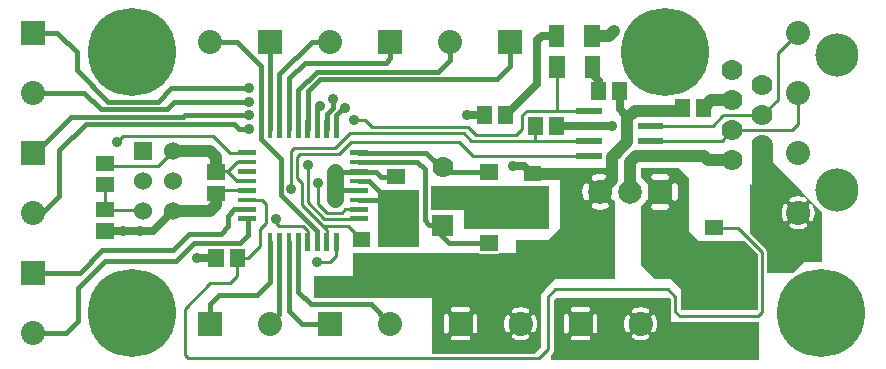
<source format=gbr>
G04 start of page 2 for group 0 idx 0 *
G04 Title: (unknown), component *
G04 Creator: pcb 20110918 *
G04 CreationDate: Thu 04 Apr 2013 04:22:17 AM GMT UTC *
G04 For: railfan *
G04 Format: Gerber/RS-274X *
G04 PCB-Dimensions: 293000 121000 *
G04 PCB-Coordinate-Origin: lower left *
%MOIN*%
%FSLAX25Y25*%
%LNTOP*%
%ADD36C,0.0300*%
%ADD35C,0.1280*%
%ADD34C,0.0450*%
%ADD33C,0.0380*%
%ADD32C,0.1285*%
%ADD31C,0.0480*%
%ADD30C,0.0200*%
%ADD29C,0.0360*%
%ADD28R,0.0200X0.0200*%
%ADD27R,0.0490X0.0490*%
%ADD26R,0.0360X0.0360*%
%ADD25R,0.0630X0.0630*%
%ADD24R,0.0157X0.0157*%
%ADD23R,0.0512X0.0512*%
%ADD22C,0.1440*%
%ADD21C,0.0787*%
%ADD20C,0.0600*%
%ADD19C,0.0800*%
%ADD18C,0.2937*%
%ADD17C,0.0550*%
%ADD16C,0.0700*%
%ADD15C,0.0150*%
%ADD14C,0.0100*%
%ADD13C,0.0250*%
%ADD12C,0.0400*%
%ADD11C,0.0001*%
G54D11*G36*
X220493Y22000D02*X225879D01*
X226000Y21879D01*
Y17559D01*
X225995Y17500D01*
X226000Y17441D01*
Y1500D01*
X220493D01*
Y10645D01*
X220578Y10681D01*
X220679Y10743D01*
X220769Y10819D01*
X220845Y10909D01*
X220905Y11011D01*
X221122Y11480D01*
X221289Y11969D01*
X221409Y12472D01*
X221482Y12984D01*
X221506Y13500D01*
X221482Y14016D01*
X221409Y14528D01*
X221289Y15031D01*
X221122Y15520D01*
X220910Y15992D01*
X220849Y16093D01*
X220772Y16184D01*
X220682Y16261D01*
X220580Y16323D01*
X220493Y16360D01*
Y22000D01*
G37*
G36*
X216002D02*X220493D01*
Y16360D01*
X220471Y16369D01*
X220355Y16397D01*
X220237Y16406D01*
X220119Y16397D01*
X220003Y16370D01*
X219893Y16324D01*
X219792Y16262D01*
X219702Y16186D01*
X219624Y16095D01*
X219562Y15994D01*
X219516Y15885D01*
X219489Y15769D01*
X219479Y15651D01*
X219488Y15532D01*
X219516Y15417D01*
X219563Y15308D01*
X219721Y14968D01*
X219842Y14612D01*
X219930Y14247D01*
X219982Y13875D01*
X220000Y13500D01*
X219982Y13125D01*
X219930Y12753D01*
X219842Y12388D01*
X219721Y12032D01*
X219567Y11690D01*
X219520Y11582D01*
X219493Y11467D01*
X219483Y11349D01*
X219493Y11232D01*
X219521Y11117D01*
X219566Y11008D01*
X219628Y10907D01*
X219705Y10818D01*
X219795Y10741D01*
X219895Y10680D01*
X220004Y10635D01*
X220119Y10607D01*
X220237Y10598D01*
X220355Y10608D01*
X220469Y10635D01*
X220493Y10645D01*
Y1500D01*
X216002D01*
Y7994D01*
X216516Y8018D01*
X217028Y8091D01*
X217531Y8211D01*
X218020Y8378D01*
X218492Y8590D01*
X218593Y8651D01*
X218684Y8728D01*
X218761Y8818D01*
X218823Y8920D01*
X218869Y9029D01*
X218897Y9145D01*
X218906Y9263D01*
X218897Y9381D01*
X218870Y9497D01*
X218824Y9607D01*
X218762Y9708D01*
X218686Y9798D01*
X218595Y9876D01*
X218494Y9938D01*
X218385Y9984D01*
X218269Y10011D01*
X218151Y10021D01*
X218032Y10012D01*
X217917Y9984D01*
X217808Y9937D01*
X217468Y9779D01*
X217112Y9658D01*
X216747Y9570D01*
X216375Y9518D01*
X216002Y9500D01*
Y17500D01*
X216375Y17482D01*
X216747Y17430D01*
X217112Y17342D01*
X217468Y17221D01*
X217810Y17067D01*
X217918Y17020D01*
X218033Y16993D01*
X218151Y16983D01*
X218268Y16993D01*
X218383Y17021D01*
X218492Y17066D01*
X218593Y17128D01*
X218682Y17205D01*
X218759Y17295D01*
X218820Y17395D01*
X218865Y17504D01*
X218893Y17619D01*
X218902Y17737D01*
X218892Y17855D01*
X218865Y17969D01*
X218819Y18078D01*
X218757Y18179D01*
X218681Y18269D01*
X218591Y18345D01*
X218489Y18405D01*
X218020Y18622D01*
X217531Y18789D01*
X217028Y18909D01*
X216516Y18982D01*
X216002Y19006D01*
Y22000D01*
G37*
G36*
X211507D02*X216002D01*
Y19006D01*
X216000Y19006D01*
X215484Y18982D01*
X214972Y18909D01*
X214469Y18789D01*
X213980Y18622D01*
X213508Y18410D01*
X213407Y18349D01*
X213316Y18272D01*
X213239Y18182D01*
X213177Y18080D01*
X213131Y17971D01*
X213103Y17855D01*
X213094Y17737D01*
X213103Y17619D01*
X213130Y17503D01*
X213176Y17393D01*
X213238Y17292D01*
X213314Y17202D01*
X213405Y17124D01*
X213506Y17062D01*
X213615Y17016D01*
X213731Y16989D01*
X213849Y16979D01*
X213968Y16988D01*
X214083Y17016D01*
X214192Y17063D01*
X214532Y17221D01*
X214888Y17342D01*
X215253Y17430D01*
X215625Y17482D01*
X216000Y17500D01*
X216002Y17500D01*
Y9500D01*
X216000Y9500D01*
X215625Y9518D01*
X215253Y9570D01*
X214888Y9658D01*
X214532Y9779D01*
X214190Y9933D01*
X214082Y9980D01*
X213967Y10007D01*
X213849Y10017D01*
X213732Y10007D01*
X213617Y9979D01*
X213508Y9934D01*
X213407Y9872D01*
X213318Y9795D01*
X213241Y9705D01*
X213180Y9605D01*
X213135Y9496D01*
X213107Y9381D01*
X213098Y9263D01*
X213108Y9145D01*
X213135Y9031D01*
X213181Y8922D01*
X213243Y8821D01*
X213319Y8731D01*
X213409Y8655D01*
X213511Y8595D01*
X213980Y8378D01*
X214469Y8211D01*
X214972Y8091D01*
X215484Y8018D01*
X216000Y7994D01*
X216002Y7994D01*
Y1500D01*
X211507D01*
Y10640D01*
X211529Y10631D01*
X211645Y10603D01*
X211763Y10594D01*
X211881Y10603D01*
X211997Y10630D01*
X212107Y10676D01*
X212208Y10738D01*
X212298Y10814D01*
X212376Y10905D01*
X212438Y11006D01*
X212484Y11115D01*
X212511Y11231D01*
X212521Y11349D01*
X212512Y11468D01*
X212484Y11583D01*
X212437Y11692D01*
X212279Y12032D01*
X212158Y12388D01*
X212070Y12753D01*
X212018Y13125D01*
X212000Y13500D01*
X212018Y13875D01*
X212070Y14247D01*
X212158Y14612D01*
X212279Y14968D01*
X212433Y15310D01*
X212480Y15418D01*
X212507Y15533D01*
X212517Y15651D01*
X212507Y15768D01*
X212479Y15883D01*
X212434Y15992D01*
X212372Y16093D01*
X212295Y16182D01*
X212205Y16259D01*
X212105Y16320D01*
X211996Y16365D01*
X211881Y16393D01*
X211763Y16402D01*
X211645Y16392D01*
X211531Y16365D01*
X211507Y16355D01*
Y22000D01*
G37*
G36*
X200750D02*X211507D01*
Y16355D01*
X211422Y16319D01*
X211321Y16257D01*
X211231Y16181D01*
X211155Y16091D01*
X211095Y15989D01*
X210878Y15520D01*
X210711Y15031D01*
X210591Y14528D01*
X210518Y14016D01*
X210494Y13500D01*
X210518Y12984D01*
X210591Y12472D01*
X210711Y11969D01*
X210878Y11480D01*
X211090Y11008D01*
X211151Y10907D01*
X211228Y10816D01*
X211318Y10739D01*
X211420Y10677D01*
X211507Y10640D01*
Y1500D01*
X200750D01*
Y10248D01*
X200868Y10257D01*
X200982Y10285D01*
X201092Y10330D01*
X201192Y10391D01*
X201282Y10468D01*
X201359Y10558D01*
X201420Y10658D01*
X201465Y10768D01*
X201493Y10882D01*
X201500Y11000D01*
Y16000D01*
X201493Y16118D01*
X201465Y16232D01*
X201420Y16342D01*
X201359Y16442D01*
X201282Y16532D01*
X201192Y16609D01*
X201092Y16670D01*
X200982Y16715D01*
X200868Y16743D01*
X200750Y16752D01*
Y22000D01*
G37*
G36*
X196000D02*X200750D01*
Y16752D01*
X200632Y16743D01*
X200518Y16715D01*
X200408Y16670D01*
X200308Y16609D01*
X200218Y16532D01*
X200141Y16442D01*
X200080Y16342D01*
X200035Y16232D01*
X200007Y16118D01*
X200000Y16000D01*
Y11000D01*
X200007Y10882D01*
X200035Y10768D01*
X200080Y10658D01*
X200141Y10558D01*
X200218Y10468D01*
X200308Y10391D01*
X200408Y10330D01*
X200518Y10285D01*
X200632Y10257D01*
X200750Y10248D01*
Y1500D01*
X196000D01*
Y8000D01*
X198500D01*
X198618Y8007D01*
X198732Y8035D01*
X198842Y8080D01*
X198942Y8141D01*
X199032Y8218D01*
X199109Y8308D01*
X199170Y8408D01*
X199215Y8518D01*
X199243Y8632D01*
X199252Y8750D01*
X199243Y8868D01*
X199215Y8982D01*
X199170Y9092D01*
X199109Y9192D01*
X199032Y9282D01*
X198942Y9359D01*
X198842Y9420D01*
X198732Y9465D01*
X198618Y9493D01*
X198500Y9500D01*
X196000D01*
Y17500D01*
X198500D01*
X198618Y17507D01*
X198732Y17535D01*
X198842Y17580D01*
X198942Y17641D01*
X199032Y17718D01*
X199109Y17808D01*
X199170Y17908D01*
X199215Y18018D01*
X199243Y18132D01*
X199252Y18250D01*
X199243Y18368D01*
X199215Y18482D01*
X199170Y18592D01*
X199109Y18692D01*
X199032Y18782D01*
X198942Y18859D01*
X198842Y18920D01*
X198732Y18965D01*
X198618Y18993D01*
X198500Y19000D01*
X196000D01*
Y22000D01*
G37*
G36*
X191250D02*X196000D01*
Y19000D01*
X193500D01*
X193382Y18993D01*
X193268Y18965D01*
X193158Y18920D01*
X193058Y18859D01*
X192968Y18782D01*
X192891Y18692D01*
X192830Y18592D01*
X192785Y18482D01*
X192757Y18368D01*
X192748Y18250D01*
X192757Y18132D01*
X192785Y18018D01*
X192830Y17908D01*
X192891Y17808D01*
X192968Y17718D01*
X193058Y17641D01*
X193158Y17580D01*
X193268Y17535D01*
X193382Y17507D01*
X193500Y17500D01*
X196000D01*
Y9500D01*
X193500D01*
X193382Y9493D01*
X193268Y9465D01*
X193158Y9420D01*
X193058Y9359D01*
X192968Y9282D01*
X192891Y9192D01*
X192830Y9092D01*
X192785Y8982D01*
X192757Y8868D01*
X192748Y8750D01*
X192757Y8632D01*
X192785Y8518D01*
X192830Y8408D01*
X192891Y8308D01*
X192968Y8218D01*
X193058Y8141D01*
X193158Y8080D01*
X193268Y8035D01*
X193382Y8007D01*
X193500Y8000D01*
X196000D01*
Y1500D01*
X191250D01*
Y10248D01*
X191368Y10257D01*
X191482Y10285D01*
X191592Y10330D01*
X191692Y10391D01*
X191782Y10468D01*
X191859Y10558D01*
X191920Y10658D01*
X191965Y10768D01*
X191993Y10882D01*
X192000Y11000D01*
Y16000D01*
X191993Y16118D01*
X191965Y16232D01*
X191920Y16342D01*
X191859Y16442D01*
X191782Y16532D01*
X191692Y16609D01*
X191592Y16670D01*
X191482Y16715D01*
X191368Y16743D01*
X191250Y16752D01*
Y22000D01*
G37*
G36*
X187753D02*X191250D01*
Y16752D01*
X191132Y16743D01*
X191018Y16715D01*
X190908Y16670D01*
X190808Y16609D01*
X190718Y16532D01*
X190641Y16442D01*
X190580Y16342D01*
X190535Y16232D01*
X190507Y16118D01*
X190500Y16000D01*
Y11000D01*
X190507Y10882D01*
X190535Y10768D01*
X190580Y10658D01*
X190641Y10558D01*
X190718Y10468D01*
X190808Y10391D01*
X190908Y10330D01*
X191018Y10285D01*
X191132Y10257D01*
X191250Y10248D01*
Y1500D01*
X186000D01*
Y3030D01*
X186427Y3457D01*
X186490Y3510D01*
X186704Y3762D01*
X186877Y4044D01*
X187003Y4349D01*
X187081Y4670D01*
X187106Y5000D01*
X187100Y5082D01*
Y21347D01*
X187753Y22000D01*
G37*
G36*
X221500Y14000D02*X245000D01*
Y1500D01*
X221500D01*
Y13371D01*
X221506Y13500D01*
X221500Y13629D01*
Y14000D01*
G37*
G36*
X232000D02*X255500D01*
Y1500D01*
X232000D01*
Y14000D01*
G37*
G36*
X229500Y18000D02*Y25000D01*
X227437Y27063D01*
Y54560D01*
X227594Y54572D01*
X227747Y54609D01*
X227892Y54669D01*
X228027Y54751D01*
X228146Y54854D01*
X228249Y54973D01*
X228331Y55108D01*
X228391Y55253D01*
X228428Y55406D01*
X228437Y55563D01*
Y59437D01*
X228428Y59594D01*
X228391Y59747D01*
X228331Y59892D01*
X228249Y60027D01*
X228146Y60146D01*
X228027Y60249D01*
X227892Y60331D01*
X227747Y60391D01*
X227594Y60428D01*
X227437Y60440D01*
Y65500D01*
X228500D01*
X232000Y62000D01*
Y44500D01*
X235500Y41000D01*
X250879D01*
X255000Y36879D01*
Y18121D01*
X254879Y18000D01*
X229500D01*
G37*
G36*
X227437Y27063D02*X226000Y28500D01*
X222500D01*
Y51563D01*
X224437D01*
X224594Y51572D01*
X224747Y51609D01*
X224892Y51669D01*
X225027Y51751D01*
X225146Y51854D01*
X225249Y51973D01*
X225331Y52108D01*
X225391Y52253D01*
X225428Y52406D01*
X225440Y52563D01*
X225428Y52720D01*
X225391Y52873D01*
X225331Y53018D01*
X225249Y53153D01*
X225146Y53272D01*
X225027Y53375D01*
X224892Y53457D01*
X224747Y53517D01*
X224594Y53554D01*
X224437Y53563D01*
X222500D01*
Y61437D01*
X224437D01*
X224594Y61446D01*
X224747Y61483D01*
X224892Y61543D01*
X225027Y61625D01*
X225146Y61728D01*
X225249Y61847D01*
X225331Y61982D01*
X225391Y62127D01*
X225428Y62280D01*
X225440Y62437D01*
X225428Y62594D01*
X225391Y62747D01*
X225331Y62892D01*
X225249Y63027D01*
X225146Y63146D01*
X225027Y63249D01*
X224892Y63331D01*
X224747Y63391D01*
X224594Y63428D01*
X224437Y63437D01*
X222500D01*
Y65500D01*
X227437D01*
Y60440D01*
X227280Y60428D01*
X227127Y60391D01*
X226982Y60331D01*
X226847Y60249D01*
X226728Y60146D01*
X226625Y60027D01*
X226543Y59892D01*
X226483Y59747D01*
X226446Y59594D01*
X226437Y59437D01*
Y55563D01*
X226446Y55406D01*
X226483Y55253D01*
X226543Y55108D01*
X226625Y54973D01*
X226728Y54854D01*
X226847Y54751D01*
X226982Y54669D01*
X227127Y54609D01*
X227280Y54572D01*
X227437Y54560D01*
Y27063D01*
G37*
G36*
X222500Y28500D02*X220500D01*
X216000Y33000D01*
Y52682D01*
X216000Y52682D01*
X216711Y53289D01*
X217318Y54000D01*
X217666Y54568D01*
X217720Y54572D01*
X217873Y54609D01*
X218018Y54669D01*
X218153Y54751D01*
X218272Y54854D01*
X218375Y54973D01*
X218457Y55108D01*
X218517Y55253D01*
X218554Y55406D01*
X218563Y55563D01*
Y59437D01*
X218554Y59594D01*
X218517Y59747D01*
X218457Y59892D01*
X218375Y60027D01*
X218272Y60146D01*
X218153Y60249D01*
X218018Y60331D01*
X217873Y60391D01*
X217720Y60428D01*
X217666Y60432D01*
X217318Y61000D01*
X216711Y61711D01*
X216000Y62318D01*
X216000Y62318D01*
Y65500D01*
X222500D01*
Y63437D01*
X220563D01*
X220406Y63428D01*
X220253Y63391D01*
X220108Y63331D01*
X219973Y63249D01*
X219854Y63146D01*
X219751Y63027D01*
X219669Y62892D01*
X219609Y62747D01*
X219572Y62594D01*
X219560Y62437D01*
X219572Y62280D01*
X219609Y62127D01*
X219669Y61982D01*
X219751Y61847D01*
X219854Y61728D01*
X219973Y61625D01*
X220108Y61543D01*
X220253Y61483D01*
X220406Y61446D01*
X220563Y61437D01*
X222500D01*
Y53563D01*
X220563D01*
X220406Y53554D01*
X220253Y53517D01*
X220108Y53457D01*
X219973Y53375D01*
X219854Y53272D01*
X219751Y53153D01*
X219669Y53018D01*
X219609Y52873D01*
X219572Y52720D01*
X219560Y52563D01*
X219572Y52406D01*
X219609Y52253D01*
X219669Y52108D01*
X219751Y51973D01*
X219854Y51854D01*
X219973Y51751D01*
X220108Y51669D01*
X220253Y51609D01*
X220406Y51572D01*
X220563Y51563D01*
X222500D01*
Y28500D01*
G37*
G36*
X253000Y67500D02*X260000D01*
X270000Y57500D01*
X253000D01*
Y67500D01*
G37*
G36*
X258000Y68500D02*X259000D01*
X261500Y66000D01*
X260119D01*
X259834Y66334D01*
X259271Y66814D01*
X258640Y67201D01*
X258000Y67466D01*
Y68500D01*
G37*
G36*
X272993Y54007D02*X276500Y50500D01*
Y34000D01*
X272993D01*
Y47645D01*
X273078Y47681D01*
X273179Y47743D01*
X273269Y47819D01*
X273345Y47909D01*
X273405Y48011D01*
X273622Y48480D01*
X273789Y48969D01*
X273909Y49472D01*
X273982Y49984D01*
X274006Y50500D01*
X273982Y51016D01*
X273909Y51528D01*
X273789Y52031D01*
X273622Y52520D01*
X273410Y52992D01*
X273349Y53093D01*
X273272Y53184D01*
X273182Y53261D01*
X273080Y53323D01*
X272993Y53360D01*
Y54007D01*
G37*
G36*
X268502Y58498D02*X272993Y54007D01*
Y53360D01*
X272971Y53369D01*
X272855Y53397D01*
X272737Y53406D01*
X272619Y53397D01*
X272503Y53370D01*
X272393Y53324D01*
X272292Y53262D01*
X272202Y53186D01*
X272124Y53095D01*
X272062Y52994D01*
X272016Y52885D01*
X271989Y52769D01*
X271979Y52651D01*
X271988Y52532D01*
X272016Y52417D01*
X272063Y52308D01*
X272221Y51968D01*
X272342Y51612D01*
X272430Y51247D01*
X272482Y50875D01*
X272500Y50500D01*
X272482Y50125D01*
X272430Y49753D01*
X272342Y49388D01*
X272221Y49032D01*
X272067Y48690D01*
X272020Y48582D01*
X271993Y48467D01*
X271983Y48349D01*
X271993Y48232D01*
X272021Y48117D01*
X272066Y48008D01*
X272128Y47907D01*
X272205Y47818D01*
X272295Y47741D01*
X272395Y47680D01*
X272504Y47635D01*
X272619Y47607D01*
X272737Y47598D01*
X272855Y47608D01*
X272969Y47635D01*
X272993Y47645D01*
Y34000D01*
X270500D01*
X268502Y32002D01*
Y44994D01*
X269016Y45018D01*
X269528Y45091D01*
X270031Y45211D01*
X270520Y45378D01*
X270992Y45590D01*
X271093Y45651D01*
X271184Y45728D01*
X271261Y45818D01*
X271323Y45920D01*
X271369Y46029D01*
X271397Y46145D01*
X271406Y46263D01*
X271397Y46381D01*
X271370Y46497D01*
X271324Y46607D01*
X271262Y46708D01*
X271186Y46798D01*
X271095Y46876D01*
X270994Y46938D01*
X270885Y46984D01*
X270769Y47011D01*
X270651Y47021D01*
X270532Y47012D01*
X270417Y46984D01*
X270308Y46937D01*
X269968Y46779D01*
X269612Y46658D01*
X269247Y46570D01*
X268875Y46518D01*
X268502Y46500D01*
Y54500D01*
X268875Y54482D01*
X269247Y54430D01*
X269612Y54342D01*
X269968Y54221D01*
X270310Y54067D01*
X270418Y54020D01*
X270533Y53993D01*
X270651Y53983D01*
X270768Y53993D01*
X270883Y54021D01*
X270992Y54066D01*
X271093Y54128D01*
X271182Y54205D01*
X271259Y54295D01*
X271320Y54395D01*
X271365Y54504D01*
X271393Y54619D01*
X271402Y54737D01*
X271392Y54855D01*
X271365Y54969D01*
X271319Y55078D01*
X271257Y55179D01*
X271181Y55269D01*
X271091Y55345D01*
X270989Y55405D01*
X270520Y55622D01*
X270031Y55789D01*
X269528Y55909D01*
X269016Y55982D01*
X268502Y56006D01*
Y58498D01*
G37*
G36*
X264007Y62993D02*X268502Y58498D01*
Y56006D01*
X268500Y56006D01*
X267984Y55982D01*
X267472Y55909D01*
X266969Y55789D01*
X266480Y55622D01*
X266008Y55410D01*
X265907Y55349D01*
X265816Y55272D01*
X265739Y55182D01*
X265677Y55080D01*
X265631Y54971D01*
X265603Y54855D01*
X265594Y54737D01*
X265603Y54619D01*
X265630Y54503D01*
X265676Y54393D01*
X265738Y54292D01*
X265814Y54202D01*
X265905Y54124D01*
X266006Y54062D01*
X266115Y54016D01*
X266231Y53989D01*
X266349Y53979D01*
X266468Y53988D01*
X266583Y54016D01*
X266692Y54063D01*
X267032Y54221D01*
X267388Y54342D01*
X267753Y54430D01*
X268125Y54482D01*
X268500Y54500D01*
X268502Y54500D01*
Y46500D01*
X268500Y46500D01*
X268125Y46518D01*
X267753Y46570D01*
X267388Y46658D01*
X267032Y46779D01*
X266690Y46933D01*
X266582Y46980D01*
X266467Y47007D01*
X266349Y47017D01*
X266232Y47007D01*
X266117Y46979D01*
X266008Y46934D01*
X265907Y46872D01*
X265818Y46795D01*
X265741Y46705D01*
X265680Y46605D01*
X265635Y46496D01*
X265607Y46381D01*
X265598Y46263D01*
X265608Y46145D01*
X265635Y46031D01*
X265681Y45922D01*
X265743Y45821D01*
X265819Y45731D01*
X265909Y45655D01*
X266011Y45595D01*
X266480Y45378D01*
X266969Y45211D01*
X267472Y45091D01*
X267984Y45018D01*
X268500Y44994D01*
X268502Y44994D01*
Y32002D01*
X267000Y30500D01*
X264007D01*
Y47640D01*
X264029Y47631D01*
X264145Y47603D01*
X264263Y47594D01*
X264381Y47603D01*
X264497Y47630D01*
X264607Y47676D01*
X264708Y47738D01*
X264798Y47814D01*
X264876Y47905D01*
X264938Y48006D01*
X264984Y48115D01*
X265011Y48231D01*
X265021Y48349D01*
X265012Y48468D01*
X264984Y48583D01*
X264937Y48692D01*
X264779Y49032D01*
X264658Y49388D01*
X264570Y49753D01*
X264518Y50125D01*
X264500Y50500D01*
X264518Y50875D01*
X264570Y51247D01*
X264658Y51612D01*
X264779Y51968D01*
X264933Y52310D01*
X264980Y52418D01*
X265007Y52533D01*
X265017Y52651D01*
X265007Y52768D01*
X264979Y52883D01*
X264934Y52992D01*
X264872Y53093D01*
X264795Y53182D01*
X264705Y53259D01*
X264605Y53320D01*
X264496Y53365D01*
X264381Y53393D01*
X264263Y53402D01*
X264145Y53392D01*
X264031Y53365D01*
X264007Y53355D01*
Y62993D01*
G37*
G36*
X259639Y66500D02*X260500D01*
X264007Y62993D01*
Y53355D01*
X263922Y53319D01*
X263821Y53257D01*
X263731Y53181D01*
X263655Y53091D01*
X263595Y52989D01*
X263378Y52520D01*
X263211Y52031D01*
X263091Y51528D01*
X263018Y51016D01*
X262994Y50500D01*
X263018Y49984D01*
X263091Y49472D01*
X263211Y48969D01*
X263378Y48480D01*
X263590Y48008D01*
X263651Y47907D01*
X263728Y47816D01*
X263818Y47739D01*
X263920Y47677D01*
X264007Y47640D01*
Y30500D01*
X258000D01*
Y37441D01*
X258005Y37500D01*
X257986Y37735D01*
X257986Y37735D01*
X257931Y37965D01*
X257841Y38183D01*
X257717Y38384D01*
X257564Y38564D01*
X257519Y38602D01*
X252500Y43621D01*
Y60532D01*
X252686Y60229D01*
X253166Y59666D01*
X253729Y59186D01*
X254360Y58799D01*
X255043Y58516D01*
X255762Y58344D01*
X256500Y58286D01*
X257238Y58344D01*
X257957Y58516D01*
X258640Y58799D01*
X259271Y59186D01*
X259834Y59666D01*
X260314Y60229D01*
X260701Y60860D01*
X260984Y61543D01*
X261156Y62262D01*
X261200Y63000D01*
X261156Y63738D01*
X260984Y64457D01*
X260701Y65140D01*
X260314Y65771D01*
X259834Y66334D01*
X259639Y66500D01*
G37*
G36*
X202502Y65500D02*X207500D01*
Y60703D01*
X207265Y60321D01*
X207176Y60336D01*
X207018Y60338D01*
X206861Y60315D01*
X206710Y60268D01*
X206569Y60198D01*
X206439Y60107D01*
X206326Y59996D01*
X206232Y59870D01*
X206158Y59730D01*
X206108Y59580D01*
X206081Y59424D01*
X206079Y59266D01*
X206102Y59110D01*
X206152Y58960D01*
X206278Y58608D01*
X206366Y58244D01*
X206419Y57874D01*
X206437Y57500D01*
X206419Y57126D01*
X206366Y56756D01*
X206278Y56392D01*
X206156Y56039D01*
X206106Y55889D01*
X206083Y55734D01*
X206085Y55576D01*
X206112Y55421D01*
X206162Y55272D01*
X206236Y55133D01*
X206330Y55007D01*
X206442Y54897D01*
X206571Y54806D01*
X206712Y54736D01*
X206862Y54689D01*
X207018Y54667D01*
X207175Y54668D01*
X207263Y54683D01*
X207500Y54297D01*
Y28500D01*
X202502D01*
Y51556D01*
X203064Y51583D01*
X203623Y51663D01*
X204172Y51796D01*
X204706Y51981D01*
X204848Y52050D01*
X204977Y52142D01*
X205091Y52252D01*
X205185Y52379D01*
X205259Y52519D01*
X205309Y52668D01*
X205336Y52824D01*
X205338Y52982D01*
X205315Y53139D01*
X205268Y53290D01*
X205198Y53431D01*
X205107Y53561D01*
X204996Y53674D01*
X204870Y53768D01*
X204730Y53842D01*
X204580Y53892D01*
X204424Y53919D01*
X204266Y53921D01*
X204110Y53898D01*
X203960Y53848D01*
X203608Y53722D01*
X203244Y53634D01*
X202874Y53581D01*
X202502Y53563D01*
Y61437D01*
X202874Y61419D01*
X203244Y61366D01*
X203608Y61278D01*
X203961Y61156D01*
X204111Y61106D01*
X204266Y61083D01*
X204424Y61085D01*
X204579Y61112D01*
X204728Y61162D01*
X204867Y61236D01*
X204993Y61330D01*
X205103Y61442D01*
X205194Y61571D01*
X205264Y61712D01*
X205311Y61862D01*
X205333Y62018D01*
X205332Y62175D01*
X205305Y62331D01*
X205254Y62480D01*
X205181Y62619D01*
X205087Y62745D01*
X204975Y62855D01*
X204846Y62946D01*
X204704Y63013D01*
X204172Y63204D01*
X203623Y63337D01*
X203064Y63417D01*
X202502Y63444D01*
Y65500D01*
G37*
G36*
X197739D02*X202502D01*
Y63444D01*
X202500Y63444D01*
X201936Y63417D01*
X201377Y63337D01*
X200828Y63204D01*
X200294Y63019D01*
X200152Y62950D01*
X200023Y62858D01*
X199909Y62748D01*
X199815Y62621D01*
X199741Y62481D01*
X199691Y62332D01*
X199664Y62176D01*
X199662Y62018D01*
X199685Y61861D01*
X199732Y61710D01*
X199802Y61569D01*
X199893Y61439D01*
X200004Y61326D01*
X200130Y61232D01*
X200270Y61158D01*
X200420Y61108D01*
X200576Y61081D01*
X200734Y61079D01*
X200890Y61102D01*
X201040Y61152D01*
X201392Y61278D01*
X201756Y61366D01*
X202126Y61419D01*
X202500Y61437D01*
X202502Y61437D01*
Y53563D01*
X202500Y53563D01*
X202126Y53581D01*
X201756Y53634D01*
X201392Y53722D01*
X201039Y53844D01*
X200889Y53894D01*
X200734Y53917D01*
X200576Y53915D01*
X200421Y53888D01*
X200272Y53838D01*
X200133Y53764D01*
X200007Y53670D01*
X199897Y53558D01*
X199806Y53429D01*
X199736Y53288D01*
X199689Y53138D01*
X199667Y52982D01*
X199668Y52825D01*
X199695Y52669D01*
X199746Y52520D01*
X199819Y52381D01*
X199913Y52255D01*
X200025Y52145D01*
X200154Y52054D01*
X200296Y51987D01*
X200828Y51796D01*
X201377Y51663D01*
X201936Y51583D01*
X202500Y51556D01*
X202502Y51556D01*
Y28500D01*
X197739D01*
Y54679D01*
X197824Y54664D01*
X197982Y54662D01*
X198139Y54685D01*
X198290Y54732D01*
X198431Y54802D01*
X198561Y54893D01*
X198674Y55004D01*
X198768Y55130D01*
X198842Y55270D01*
X198892Y55420D01*
X198919Y55576D01*
X198921Y55734D01*
X198898Y55890D01*
X198848Y56040D01*
X198722Y56392D01*
X198634Y56756D01*
X198581Y57126D01*
X198563Y57500D01*
X198581Y57874D01*
X198634Y58244D01*
X198722Y58608D01*
X198844Y58961D01*
X198894Y59111D01*
X198917Y59266D01*
X198915Y59424D01*
X198888Y59579D01*
X198838Y59728D01*
X198764Y59867D01*
X198670Y59993D01*
X198558Y60103D01*
X198429Y60194D01*
X198288Y60264D01*
X198138Y60311D01*
X197982Y60333D01*
X197825Y60332D01*
X197739Y60317D01*
Y65500D01*
G37*
G36*
X175998Y41500D02*X185000D01*
X189000Y45500D01*
Y65500D01*
X197739D01*
Y60317D01*
X197669Y60305D01*
X197520Y60254D01*
X197381Y60181D01*
X197255Y60087D01*
X197145Y59975D01*
X197054Y59846D01*
X196987Y59704D01*
X196796Y59172D01*
X196663Y58623D01*
X196583Y58064D01*
X196556Y57500D01*
X196583Y56936D01*
X196663Y56377D01*
X196796Y55828D01*
X196981Y55294D01*
X197050Y55152D01*
X197142Y55023D01*
X197252Y54909D01*
X197379Y54815D01*
X197519Y54741D01*
X197668Y54691D01*
X197739Y54679D01*
Y28500D01*
X187500D01*
X184000Y25000D01*
Y24753D01*
X183374Y24126D01*
X183134Y23856D01*
X182944Y23547D01*
X182806Y23213D01*
X182721Y22861D01*
X182693Y22500D01*
X182721Y22139D01*
X182806Y21787D01*
X182900Y21560D01*
Y16000D01*
X180905D01*
X180849Y16093D01*
X180772Y16184D01*
X180682Y16261D01*
X180580Y16323D01*
X180471Y16369D01*
X180355Y16397D01*
X180237Y16406D01*
X180119Y16397D01*
X180003Y16370D01*
X179893Y16324D01*
X179792Y16262D01*
X179702Y16186D01*
X179624Y16095D01*
X179566Y16000D01*
X175998D01*
Y17500D01*
X176000Y17500D01*
X176375Y17482D01*
X176747Y17430D01*
X177112Y17342D01*
X177468Y17221D01*
X177810Y17067D01*
X177918Y17020D01*
X178033Y16993D01*
X178151Y16983D01*
X178268Y16993D01*
X178383Y17021D01*
X178492Y17066D01*
X178593Y17128D01*
X178682Y17205D01*
X178759Y17295D01*
X178820Y17395D01*
X178865Y17504D01*
X178893Y17619D01*
X178902Y17737D01*
X178892Y17855D01*
X178865Y17969D01*
X178819Y18078D01*
X178757Y18179D01*
X178681Y18269D01*
X178591Y18345D01*
X178489Y18405D01*
X178020Y18622D01*
X177531Y18789D01*
X177028Y18909D01*
X176516Y18982D01*
X176000Y19006D01*
X175998Y19006D01*
Y41500D01*
G37*
G36*
X156000Y31500D02*X170000D01*
X174500Y36000D01*
Y41500D01*
X175998D01*
Y19006D01*
X175484Y18982D01*
X174972Y18909D01*
X174469Y18789D01*
X173980Y18622D01*
X173508Y18410D01*
X173407Y18349D01*
X173316Y18272D01*
X173239Y18182D01*
X173177Y18080D01*
X173131Y17971D01*
X173103Y17855D01*
X173094Y17737D01*
X173103Y17619D01*
X173130Y17503D01*
X173176Y17393D01*
X173238Y17292D01*
X173314Y17202D01*
X173405Y17124D01*
X173506Y17062D01*
X173615Y17016D01*
X173731Y16989D01*
X173849Y16979D01*
X173968Y16988D01*
X174083Y17016D01*
X174192Y17063D01*
X174532Y17221D01*
X174888Y17342D01*
X175253Y17430D01*
X175625Y17482D01*
X175998Y17500D01*
Y16000D01*
X172429D01*
X172372Y16093D01*
X172295Y16182D01*
X172205Y16259D01*
X172105Y16320D01*
X171996Y16365D01*
X171881Y16393D01*
X171763Y16402D01*
X171645Y16392D01*
X171531Y16365D01*
X171422Y16319D01*
X171321Y16257D01*
X171231Y16181D01*
X171155Y16091D01*
X171102Y16000D01*
X161500D01*
X161493Y16118D01*
X161465Y16232D01*
X161420Y16342D01*
X161359Y16442D01*
X161282Y16532D01*
X161192Y16609D01*
X161092Y16670D01*
X160982Y16715D01*
X160868Y16743D01*
X160750Y16752D01*
X160632Y16743D01*
X160518Y16715D01*
X160408Y16670D01*
X160308Y16609D01*
X160218Y16532D01*
X160141Y16442D01*
X160080Y16342D01*
X160035Y16232D01*
X160007Y16118D01*
X160000Y16000D01*
X156000D01*
Y17500D01*
X158500D01*
X158618Y17507D01*
X158732Y17535D01*
X158842Y17580D01*
X158942Y17641D01*
X159032Y17718D01*
X159109Y17808D01*
X159170Y17908D01*
X159215Y18018D01*
X159243Y18132D01*
X159252Y18250D01*
X159243Y18368D01*
X159215Y18482D01*
X159170Y18592D01*
X159109Y18692D01*
X159032Y18782D01*
X158942Y18859D01*
X158842Y18920D01*
X158732Y18965D01*
X158618Y18993D01*
X158500Y19000D01*
X156000D01*
Y31500D01*
G37*
G36*
X146500Y16000D02*Y26500D01*
X151500Y31500D01*
X156000D01*
Y19000D01*
X153500D01*
X153382Y18993D01*
X153268Y18965D01*
X153158Y18920D01*
X153058Y18859D01*
X152968Y18782D01*
X152891Y18692D01*
X152830Y18592D01*
X152785Y18482D01*
X152757Y18368D01*
X152748Y18250D01*
X152757Y18132D01*
X152785Y18018D01*
X152830Y17908D01*
X152891Y17808D01*
X152968Y17718D01*
X153058Y17641D01*
X153158Y17580D01*
X153268Y17535D01*
X153382Y17507D01*
X153500Y17500D01*
X156000D01*
Y16000D01*
X152000D01*
X151993Y16118D01*
X151965Y16232D01*
X151920Y16342D01*
X151859Y16442D01*
X151782Y16532D01*
X151692Y16609D01*
X151592Y16670D01*
X151482Y16715D01*
X151368Y16743D01*
X151250Y16752D01*
X151132Y16743D01*
X151018Y16715D01*
X150908Y16670D01*
X150808Y16609D01*
X150718Y16532D01*
X150641Y16442D01*
X150580Y16342D01*
X150535Y16232D01*
X150507Y16118D01*
X150500Y16000D01*
X146500D01*
G37*
G36*
X185500Y45000D02*X168500D01*
Y59500D01*
X185500D01*
Y45000D01*
G37*
G36*
X170000Y59500D02*Y45000D01*
X157000D01*
Y59500D01*
X170000D01*
G37*
G36*
X136000Y37000D02*X162103D01*
X162238Y36944D01*
X162391Y36907D01*
X162548Y36898D01*
X168609Y36907D01*
X168762Y36944D01*
X168897Y37000D01*
X178000D01*
Y22000D01*
X136000D01*
Y37000D01*
G37*
G36*
X146000Y59500D02*X160000D01*
Y51500D01*
X146000D01*
Y59500D01*
G37*
G36*
X180493Y22000D02*X182755D01*
X182806Y21787D01*
X182900Y21560D01*
Y5870D01*
X180530Y3500D01*
X180493D01*
Y10645D01*
X180578Y10681D01*
X180679Y10743D01*
X180769Y10819D01*
X180845Y10909D01*
X180905Y11011D01*
X181122Y11480D01*
X181289Y11969D01*
X181409Y12472D01*
X181482Y12984D01*
X181506Y13500D01*
X181482Y14016D01*
X181409Y14528D01*
X181289Y15031D01*
X181122Y15520D01*
X180910Y15992D01*
X180849Y16093D01*
X180772Y16184D01*
X180682Y16261D01*
X180580Y16323D01*
X180493Y16360D01*
Y22000D01*
G37*
G36*
X176002D02*X180493D01*
Y16360D01*
X180471Y16369D01*
X180355Y16397D01*
X180237Y16406D01*
X180119Y16397D01*
X180003Y16370D01*
X179893Y16324D01*
X179792Y16262D01*
X179702Y16186D01*
X179624Y16095D01*
X179562Y15994D01*
X179516Y15885D01*
X179489Y15769D01*
X179479Y15651D01*
X179488Y15532D01*
X179516Y15417D01*
X179563Y15308D01*
X179721Y14968D01*
X179842Y14612D01*
X179930Y14247D01*
X179982Y13875D01*
X180000Y13500D01*
X179982Y13125D01*
X179930Y12753D01*
X179842Y12388D01*
X179721Y12032D01*
X179567Y11690D01*
X179520Y11582D01*
X179493Y11467D01*
X179483Y11349D01*
X179493Y11232D01*
X179521Y11117D01*
X179566Y11008D01*
X179628Y10907D01*
X179705Y10818D01*
X179795Y10741D01*
X179895Y10680D01*
X180004Y10635D01*
X180119Y10607D01*
X180237Y10598D01*
X180355Y10608D01*
X180469Y10635D01*
X180493Y10645D01*
Y3500D01*
X176002D01*
Y7994D01*
X176516Y8018D01*
X177028Y8091D01*
X177531Y8211D01*
X178020Y8378D01*
X178492Y8590D01*
X178593Y8651D01*
X178684Y8728D01*
X178761Y8818D01*
X178823Y8920D01*
X178869Y9029D01*
X178897Y9145D01*
X178906Y9263D01*
X178897Y9381D01*
X178870Y9497D01*
X178824Y9607D01*
X178762Y9708D01*
X178686Y9798D01*
X178595Y9876D01*
X178494Y9938D01*
X178385Y9984D01*
X178269Y10011D01*
X178151Y10021D01*
X178032Y10012D01*
X177917Y9984D01*
X177808Y9937D01*
X177468Y9779D01*
X177112Y9658D01*
X176747Y9570D01*
X176375Y9518D01*
X176002Y9500D01*
Y17500D01*
X176375Y17482D01*
X176747Y17430D01*
X177112Y17342D01*
X177468Y17221D01*
X177810Y17067D01*
X177918Y17020D01*
X178033Y16993D01*
X178151Y16983D01*
X178268Y16993D01*
X178383Y17021D01*
X178492Y17066D01*
X178593Y17128D01*
X178682Y17205D01*
X178759Y17295D01*
X178820Y17395D01*
X178865Y17504D01*
X178893Y17619D01*
X178902Y17737D01*
X178892Y17855D01*
X178865Y17969D01*
X178819Y18078D01*
X178757Y18179D01*
X178681Y18269D01*
X178591Y18345D01*
X178489Y18405D01*
X178020Y18622D01*
X177531Y18789D01*
X177028Y18909D01*
X176516Y18982D01*
X176002Y19006D01*
Y22000D01*
G37*
G36*
X171507D02*X176002D01*
Y19006D01*
X176000Y19006D01*
X175484Y18982D01*
X174972Y18909D01*
X174469Y18789D01*
X173980Y18622D01*
X173508Y18410D01*
X173407Y18349D01*
X173316Y18272D01*
X173239Y18182D01*
X173177Y18080D01*
X173131Y17971D01*
X173103Y17855D01*
X173094Y17737D01*
X173103Y17619D01*
X173130Y17503D01*
X173176Y17393D01*
X173238Y17292D01*
X173314Y17202D01*
X173405Y17124D01*
X173506Y17062D01*
X173615Y17016D01*
X173731Y16989D01*
X173849Y16979D01*
X173968Y16988D01*
X174083Y17016D01*
X174192Y17063D01*
X174532Y17221D01*
X174888Y17342D01*
X175253Y17430D01*
X175625Y17482D01*
X176000Y17500D01*
X176002Y17500D01*
Y9500D01*
X176000Y9500D01*
X175625Y9518D01*
X175253Y9570D01*
X174888Y9658D01*
X174532Y9779D01*
X174190Y9933D01*
X174082Y9980D01*
X173967Y10007D01*
X173849Y10017D01*
X173732Y10007D01*
X173617Y9979D01*
X173508Y9934D01*
X173407Y9872D01*
X173318Y9795D01*
X173241Y9705D01*
X173180Y9605D01*
X173135Y9496D01*
X173107Y9381D01*
X173098Y9263D01*
X173108Y9145D01*
X173135Y9031D01*
X173181Y8922D01*
X173243Y8821D01*
X173319Y8731D01*
X173409Y8655D01*
X173511Y8595D01*
X173980Y8378D01*
X174469Y8211D01*
X174972Y8091D01*
X175484Y8018D01*
X176000Y7994D01*
X176002Y7994D01*
Y3500D01*
X171507D01*
Y10640D01*
X171529Y10631D01*
X171645Y10603D01*
X171763Y10594D01*
X171881Y10603D01*
X171997Y10630D01*
X172107Y10676D01*
X172208Y10738D01*
X172298Y10814D01*
X172376Y10905D01*
X172438Y11006D01*
X172484Y11115D01*
X172511Y11231D01*
X172521Y11349D01*
X172512Y11468D01*
X172484Y11583D01*
X172437Y11692D01*
X172279Y12032D01*
X172158Y12388D01*
X172070Y12753D01*
X172018Y13125D01*
X172000Y13500D01*
X172018Y13875D01*
X172070Y14247D01*
X172158Y14612D01*
X172279Y14968D01*
X172433Y15310D01*
X172480Y15418D01*
X172507Y15533D01*
X172517Y15651D01*
X172507Y15768D01*
X172479Y15883D01*
X172434Y15992D01*
X172372Y16093D01*
X172295Y16182D01*
X172205Y16259D01*
X172105Y16320D01*
X171996Y16365D01*
X171881Y16393D01*
X171763Y16402D01*
X171645Y16392D01*
X171531Y16365D01*
X171507Y16355D01*
Y22000D01*
G37*
G36*
X160750D02*X171507D01*
Y16355D01*
X171422Y16319D01*
X171321Y16257D01*
X171231Y16181D01*
X171155Y16091D01*
X171095Y15989D01*
X170878Y15520D01*
X170711Y15031D01*
X170591Y14528D01*
X170518Y14016D01*
X170494Y13500D01*
X170518Y12984D01*
X170591Y12472D01*
X170711Y11969D01*
X170878Y11480D01*
X171090Y11008D01*
X171151Y10907D01*
X171228Y10816D01*
X171318Y10739D01*
X171420Y10677D01*
X171507Y10640D01*
Y3500D01*
X160750D01*
Y10248D01*
X160868Y10257D01*
X160982Y10285D01*
X161092Y10330D01*
X161192Y10391D01*
X161282Y10468D01*
X161359Y10558D01*
X161420Y10658D01*
X161465Y10768D01*
X161493Y10882D01*
X161500Y11000D01*
Y16000D01*
X161493Y16118D01*
X161465Y16232D01*
X161420Y16342D01*
X161359Y16442D01*
X161282Y16532D01*
X161192Y16609D01*
X161092Y16670D01*
X160982Y16715D01*
X160868Y16743D01*
X160750Y16752D01*
Y22000D01*
G37*
G36*
X156000D02*X160750D01*
Y16752D01*
X160632Y16743D01*
X160518Y16715D01*
X160408Y16670D01*
X160308Y16609D01*
X160218Y16532D01*
X160141Y16442D01*
X160080Y16342D01*
X160035Y16232D01*
X160007Y16118D01*
X160000Y16000D01*
Y11000D01*
X160007Y10882D01*
X160035Y10768D01*
X160080Y10658D01*
X160141Y10558D01*
X160218Y10468D01*
X160308Y10391D01*
X160408Y10330D01*
X160518Y10285D01*
X160632Y10257D01*
X160750Y10248D01*
Y3500D01*
X156000D01*
Y8000D01*
X158500D01*
X158618Y8007D01*
X158732Y8035D01*
X158842Y8080D01*
X158942Y8141D01*
X159032Y8218D01*
X159109Y8308D01*
X159170Y8408D01*
X159215Y8518D01*
X159243Y8632D01*
X159252Y8750D01*
X159243Y8868D01*
X159215Y8982D01*
X159170Y9092D01*
X159109Y9192D01*
X159032Y9282D01*
X158942Y9359D01*
X158842Y9420D01*
X158732Y9465D01*
X158618Y9493D01*
X158500Y9500D01*
X156000D01*
Y17500D01*
X158500D01*
X158618Y17507D01*
X158732Y17535D01*
X158842Y17580D01*
X158942Y17641D01*
X159032Y17718D01*
X159109Y17808D01*
X159170Y17908D01*
X159215Y18018D01*
X159243Y18132D01*
X159252Y18250D01*
X159243Y18368D01*
X159215Y18482D01*
X159170Y18592D01*
X159109Y18692D01*
X159032Y18782D01*
X158942Y18859D01*
X158842Y18920D01*
X158732Y18965D01*
X158618Y18993D01*
X158500Y19000D01*
X156000D01*
Y22000D01*
G37*
G36*
X151250D02*X156000D01*
Y19000D01*
X153500D01*
X153382Y18993D01*
X153268Y18965D01*
X153158Y18920D01*
X153058Y18859D01*
X152968Y18782D01*
X152891Y18692D01*
X152830Y18592D01*
X152785Y18482D01*
X152757Y18368D01*
X152748Y18250D01*
X152757Y18132D01*
X152785Y18018D01*
X152830Y17908D01*
X152891Y17808D01*
X152968Y17718D01*
X153058Y17641D01*
X153158Y17580D01*
X153268Y17535D01*
X153382Y17507D01*
X153500Y17500D01*
X156000D01*
Y9500D01*
X153500D01*
X153382Y9493D01*
X153268Y9465D01*
X153158Y9420D01*
X153058Y9359D01*
X152968Y9282D01*
X152891Y9192D01*
X152830Y9092D01*
X152785Y8982D01*
X152757Y8868D01*
X152748Y8750D01*
X152757Y8632D01*
X152785Y8518D01*
X152830Y8408D01*
X152891Y8308D01*
X152968Y8218D01*
X153058Y8141D01*
X153158Y8080D01*
X153268Y8035D01*
X153382Y8007D01*
X153500Y8000D01*
X156000D01*
Y3500D01*
X151250D01*
Y10248D01*
X151368Y10257D01*
X151482Y10285D01*
X151592Y10330D01*
X151692Y10391D01*
X151782Y10468D01*
X151859Y10558D01*
X151920Y10658D01*
X151965Y10768D01*
X151993Y10882D01*
X152000Y11000D01*
Y16000D01*
X151993Y16118D01*
X151965Y16232D01*
X151920Y16342D01*
X151859Y16442D01*
X151782Y16532D01*
X151692Y16609D01*
X151592Y16670D01*
X151482Y16715D01*
X151368Y16743D01*
X151250Y16752D01*
Y22000D01*
G37*
G36*
X146500D02*X151250D01*
Y16752D01*
X151132Y16743D01*
X151018Y16715D01*
X150908Y16670D01*
X150808Y16609D01*
X150718Y16532D01*
X150641Y16442D01*
X150580Y16342D01*
X150535Y16232D01*
X150507Y16118D01*
X150500Y16000D01*
Y11000D01*
X150507Y10882D01*
X150535Y10768D01*
X150580Y10658D01*
X150641Y10558D01*
X150718Y10468D01*
X150808Y10391D01*
X150908Y10330D01*
X151018Y10285D01*
X151132Y10257D01*
X151250Y10248D01*
Y3500D01*
X146500D01*
Y22000D01*
G37*
G36*
X128500Y58000D02*X142000D01*
Y39000D01*
X128500D01*
Y58000D01*
G37*
G36*
X120000Y37000D02*X139000D01*
Y22000D01*
X120000D01*
Y37000D01*
G37*
G36*
X139000Y22000D02*X107000D01*
Y29500D01*
X139000D01*
Y22000D01*
G37*
G36*
X130000Y29500D02*X156500D01*
Y22000D01*
X130000D01*
Y29500D01*
G37*
G54D12*X212500Y57500D02*Y67500D01*
X214500Y69500D01*
X219250D01*
X206500Y61500D02*X202500Y57500D01*
X206500Y61500D02*Y69000D01*
X207500Y70000D02*X211500Y74000D01*
Y82000D01*
X214000Y84500D01*
G54D13*X209000Y91000D02*Y85000D01*
X211500Y82500D01*
G54D12*X208000Y70500D02*X206500Y69000D01*
X214000Y84500D02*X220000D01*
G54D14*X225000Y25000D02*X187500D01*
X185000Y22500D01*
Y5000D01*
X182000Y2000D01*
X145500D01*
G54D13*X206500Y79500D02*X198750D01*
X202000D02*X189000D01*
G54D14*X198750Y74500D02*X190086D01*
X191000Y84500D02*X198750D01*
X188095Y99000D02*Y93905D01*
Y94095D02*Y84905D01*
X188500Y84500D01*
G54D13*X189000Y79500D02*X188500Y80000D01*
G54D14*X180957Y79500D02*Y74957D01*
X174500Y76500D02*X176500Y78500D01*
Y83000D01*
X178000Y84500D01*
G54D13*X171000Y83000D02*X181500Y93500D01*
G54D14*X178000Y84500D02*X192500D01*
G54D12*X196500Y63500D02*X180086D01*
X180000Y63586D01*
G54D14*X155500Y74000D02*X160000Y69500D01*
X198750D01*
X191000Y74500D02*X159500D01*
X157000Y77000D01*
X180957Y74957D02*X180500Y74500D01*
X161000Y76500D02*X174500D01*
X158500Y79000D02*X161000Y76500D01*
G54D13*X173500Y66000D02*X177000D01*
X180000Y63000D01*
X158000Y83000D02*X164000D01*
X199905Y99000D02*Y96595D01*
G54D15*X172500Y99500D02*Y107500D01*
G54D13*X199905Y96595D02*X202000Y94500D01*
Y91086D01*
X201914Y91000D01*
G54D12*X199810Y109500D02*X205500D01*
X207000Y111000D01*
G54D13*X181500Y93500D02*Y108000D01*
X183000Y109500D01*
X187500D01*
G54D14*X261750Y103750D02*X268500Y110500D01*
X243000Y82500D02*X243500Y83000D01*
X256500D01*
G54D12*X246500Y88000D02*X239543D01*
G54D14*X246500Y78000D02*X266500D01*
X268500Y80000D01*
Y90500D01*
X256500Y83000D02*X261750Y88250D01*
G54D16*X256500Y73000D02*Y62500D01*
G54D14*X261750Y88250D02*Y103750D01*
X242000Y45500D02*X248500D01*
X256500Y37500D01*
Y17500D01*
X255000Y16000D01*
X229000D01*
X227500Y17500D01*
Y22500D01*
X225000Y25000D01*
X243250Y82750D02*X240000Y79500D01*
G54D12*X246500Y68000D02*X238500D01*
X237000Y69500D01*
G54D14*X240000Y79500D02*X219250D01*
Y74500D02*X243000D01*
X246500Y78000D01*
G54D12*X237000Y69500D02*X215500D01*
X239543Y88000D02*X237043Y85500D01*
X219250Y84500D02*X228957D01*
X229957Y85500D01*
G54D15*X144582Y70524D02*X149500Y65606D01*
X151020Y64086D02*X149606Y65500D01*
X141626Y67374D02*X144000Y65000D01*
X164000Y64086D02*X151020D01*
X144000Y65000D02*Y48000D01*
X145500Y46500D01*
X149394D01*
G54D14*X149500Y46394D01*
G54D15*Y43000D01*
X152000Y40500D01*
X163957D01*
G54D14*X164000Y40457D01*
G54D15*X129779Y70524D02*X144582D01*
X129779Y67374D02*X141626D01*
G54D14*X119500Y74000D02*X155500D01*
X157000Y77000D02*X119000D01*
G54D15*X122279Y70524D02*X137000D01*
X122279Y67374D02*X132874D01*
X129500Y62500D02*X134543D01*
X122279Y64225D02*X127775D01*
X129500Y62500D01*
G54D14*X126500Y79000D02*X158500D01*
G54D15*X168000Y95000D02*X172500Y99500D01*
X148500Y97500D02*X152500Y101500D01*
Y107500D01*
X104000Y100500D02*X131000D01*
X109000Y95000D02*X168000D01*
X108000Y97500D02*X148500D01*
X131000Y100500D02*X132500Y102000D01*
Y107500D01*
X95626Y96626D02*X106500Y107500D01*
X112500D01*
X122279Y54776D02*X133819D01*
X122279Y61075D02*X125425D01*
X122725Y64225D02*X114225D01*
G54D14*X114000Y64000D01*
G54D15*X122279Y57925D02*X114425D01*
X125425Y61075D02*X129500Y57000D01*
G54D14*X115500Y70000D02*X119500Y74000D01*
X119000Y77000D02*X114000Y72000D01*
X108224Y85224D02*X108500Y85500D01*
G54D15*X108224Y78279D02*Y85224D01*
X114523Y78279D02*Y83023D01*
X116500Y85000D01*
X111374Y78279D02*Y83374D01*
X112500Y84500D01*
G54D14*X120500Y81500D02*X124000D01*
X126500Y79000D01*
G54D15*X112500Y84500D02*X113500Y85500D01*
Y88500D01*
G54D14*X122279Y51626D02*X117626D01*
X116500Y50500D01*
X111500D01*
X110500Y48500D02*X122256D01*
X122279Y48477D01*
X110000Y46000D02*X118500D01*
G54D15*X108225Y40721D02*Y44275D01*
X96000Y56500D01*
Y68500D01*
G54D14*X105000Y62000D02*Y66500D01*
X105075Y44425D02*X103500Y46000D01*
X95500D02*X103500D01*
X105000Y54000D02*Y62500D01*
X118500Y46000D02*X123000Y41500D01*
X105075Y40721D02*Y44425D01*
G54D15*X98776Y40721D02*Y17724D01*
X95626Y40721D02*Y16626D01*
X98776Y17724D02*X103000Y13500D01*
X101925Y24075D02*X106000Y20000D01*
X103000Y13500D02*X112500D01*
X106000Y20000D02*X126000D01*
X132500Y13500D01*
G54D14*X148000Y2000D02*X65000D01*
X64000Y3000D01*
Y18500D01*
G54D15*X101925Y40721D02*Y24075D01*
G54D14*X111374Y40721D02*Y44626D01*
X114524Y40721D02*Y36024D01*
X112500Y34000D01*
X108000D01*
X81543Y35500D02*X85000D01*
G54D13*X68000D02*X74457D01*
G54D14*X85000D02*X89000Y39500D01*
Y45000D01*
X91000Y47000D01*
X94500D02*X95500Y46000D01*
X103000Y60500D02*X101500Y62000D01*
X99500Y67000D02*Y58500D01*
Y66500D02*Y71000D01*
X100500Y72000D01*
X111374Y44626D02*X103000Y53000D01*
Y60500D01*
X111500Y50500D02*X108500Y53500D01*
X110500Y48500D02*X105000Y54000D01*
X91000Y47000D02*Y53000D01*
Y53500D02*Y51500D01*
X94500Y48500D02*Y47000D01*
X84721Y54775D02*X89725D01*
G54D12*X74500Y56957D02*Y53000D01*
X72500Y51000D01*
G54D14*X84721Y70523D02*X78977D01*
G54D15*X84721Y51626D02*X80626D01*
X78500Y49500D01*
G54D14*X89725Y54775D02*X91000Y53500D01*
G54D17*X114000Y55000D02*Y64000D01*
G54D14*X114425Y57925D02*X114000Y57500D01*
X108500Y53500D02*Y60500D01*
X101500Y62000D02*Y66000D01*
Y65500D02*Y69000D01*
X102500Y70000D01*
X105500D02*X115500D01*
X102500D02*X112000D01*
X114000Y72000D02*X104500D01*
X100500D02*X106500D01*
G54D15*X98775Y78279D02*Y93775D01*
Y93500D02*Y95275D01*
X104000Y100500D01*
X95626Y78279D02*Y96626D01*
X105075Y78279D02*Y91075D01*
X109000Y95000D01*
X101925Y78279D02*Y91425D01*
X108000Y97500D01*
G54D14*X85000Y48197D02*X84721Y48476D01*
G54D15*X85000Y43000D02*Y48197D01*
X76000Y43500D02*X78500Y46000D01*
Y49500D01*
X96000Y68500D02*X89500Y75000D01*
G54D14*X84721Y67374D02*X81374D01*
X78500Y64500D01*
X74957D01*
X78000D02*X75000D01*
X84721Y61075D02*X81425D01*
X78000Y64500D01*
X84721Y57925D02*X75468D01*
X78977Y70523D02*X73500Y76000D01*
G54D15*X92476Y78279D02*Y107476D01*
X92500Y107500D01*
X89500Y99500D02*X81500Y107500D01*
X72500D01*
X89500Y75000D02*Y99500D01*
X80500Y80000D02*X82000Y78500D01*
X85500D01*
X95626Y16626D02*X92500Y13500D01*
X88000Y23000D02*X75500D01*
X72500Y20000D01*
Y13500D01*
X61000Y34500D02*X67000Y40500D01*
X82500D01*
X13500Y10500D02*X24500D01*
X28500Y14500D01*
Y25500D01*
X37500Y34500D01*
X61000D01*
X13500Y30500D02*X29000D01*
X36500Y38000D01*
X60000D01*
G54D13*X37500Y44414D02*X53414D01*
G54D14*X37500Y51500D02*X49500D01*
X50000Y51000D01*
G54D15*X13500Y50500D02*X16500D01*
X92477Y40721D02*Y27477D01*
X88000Y23000D01*
X82500Y40500D02*X85000Y43000D01*
G54D14*X79000Y27000D02*X81500Y29500D01*
Y35457D01*
X81543Y35500D01*
G54D15*X65500Y43500D02*X76000D01*
G54D14*X64000Y18500D02*X72500Y27000D01*
X79000D01*
X75468Y57925D02*X74500Y56957D01*
X74957Y64500D02*X74228Y63772D01*
G54D12*X72500Y71000D02*X74500Y69000D01*
Y64043D01*
G54D15*X60000Y38000D02*X65500Y43500D01*
G54D12*X72500Y51000D02*X60000D01*
G54D13*X53414Y44414D02*X60000Y51000D01*
G54D15*X13500Y110500D02*X21500D01*
X28000Y104000D01*
Y98000D01*
X59500Y92000D02*X85500D01*
X60500Y87500D02*X85500D01*
Y83000D02*X64000D01*
X63500Y82500D01*
X28000Y98000D02*X38500Y87500D01*
X55000D01*
X59500Y92000D01*
X13500Y90500D02*X30500D01*
X36000Y85000D01*
X58000D01*
X63500Y82500D02*X26000D01*
X58000Y85000D02*X60500Y87500D01*
G54D14*X37500Y59914D02*Y52000D01*
X38000Y51500D01*
G54D15*X16500Y50500D02*X22000Y56000D01*
Y71500D01*
X31000Y80000D01*
G54D14*X59500Y70500D02*X55000Y66000D01*
X38500D01*
X37500Y67000D01*
X13500Y70500D02*X16000D01*
G54D12*X60000Y71000D02*X72500D01*
G54D14*X59500D02*Y70500D01*
G54D15*X31000Y80000D02*X80500D01*
G54D14*X73500Y76000D02*X43500D01*
X41500Y74000D01*
G54D15*X26000Y82500D02*X14000Y70500D01*
G54D11*G36*
X108500Y17500D02*Y9500D01*
X116500D01*
Y17500D01*
X108500D01*
G37*
G54D18*X46500Y17000D03*
G54D19*X13500Y50500D03*
G54D11*G36*
X9500Y34500D02*Y26500D01*
X17500D01*
Y34500D01*
X9500D01*
G37*
G54D19*X13500Y10500D03*
G54D20*X50000Y51000D03*
G54D11*G36*
X68500Y17500D02*Y9500D01*
X76500D01*
Y17500D01*
X68500D01*
G37*
G54D19*X92500Y13500D03*
G54D20*X60000Y51000D03*
G54D19*X132500Y13500D03*
G54D11*G36*
X192000Y17500D02*Y9500D01*
X200000D01*
Y17500D01*
X192000D01*
G37*
G54D19*X216000Y13500D03*
G54D11*G36*
X152000Y17500D02*Y9500D01*
X160000D01*
Y17500D01*
X152000D01*
G37*
G54D19*X176000Y13500D03*
G54D18*X276000Y17000D03*
G54D11*G36*
X168500Y111500D02*Y103500D01*
X176500D01*
Y111500D01*
X168500D01*
G37*
G54D21*X202500Y57500D03*
X212500D03*
G54D11*G36*
X218563Y61437D02*Y53563D01*
X226437D01*
Y61437D01*
X218563D01*
G37*
G54D19*X268500Y110500D03*
G54D22*X281500Y103000D03*
G54D19*X268500Y50500D03*
Y70500D03*
G54D22*X281500Y58000D03*
G54D19*X268500Y90500D03*
G54D16*X256500Y83000D03*
X246500Y88000D03*
X256500Y93000D03*
X246500Y98000D03*
G54D18*X224000Y104000D03*
G54D16*X256500Y63000D03*
X246500Y68000D03*
X256500Y73000D03*
X246500Y78000D03*
G54D18*X46500Y104000D03*
G54D11*G36*
X9500Y114500D02*Y106500D01*
X17500D01*
Y114500D01*
X9500D01*
G37*
G54D19*X13500Y90500D03*
X152500Y107500D03*
G54D11*G36*
X128500Y111500D02*Y103500D01*
X136500D01*
Y111500D01*
X128500D01*
G37*
G54D19*X112500Y107500D03*
G54D11*G36*
X88500Y111500D02*Y103500D01*
X96500D01*
Y111500D01*
X88500D01*
G37*
G54D19*X72500Y107500D03*
G54D11*G36*
X146500Y49894D02*Y42894D01*
X153500D01*
Y49894D01*
X146500D01*
G37*
G54D16*X150000Y65606D03*
G54D11*G36*
X9500Y74500D02*Y66500D01*
X17500D01*
Y74500D01*
X9500D01*
G37*
G36*
X47000Y74000D02*Y68000D01*
X53000D01*
Y74000D01*
X47000D01*
G37*
G54D20*X50000Y61000D03*
X60000Y71000D03*
Y61000D03*
G54D23*X74457Y35893D02*Y35107D01*
X81543Y35893D02*Y35107D01*
X74107Y64043D02*X74893D01*
X74107Y56957D02*X74893D01*
G54D24*X82508Y70523D02*X86934D01*
X82508Y67374D02*X86934D01*
X82508Y64224D02*X86934D01*
X82508Y61075D02*X86934D01*
X82508Y57925D02*X86934D01*
X82508Y54775D02*X86934D01*
X82508Y51626D02*X86934D01*
X82508Y48476D02*X86934D01*
X120066Y48477D02*X124492D01*
X120066Y51626D02*X124492D01*
X120066Y54776D02*X124492D01*
X120066Y57925D02*X124492D01*
X120066Y61075D02*X124492D01*
X120066Y64225D02*X124492D01*
X120066Y67374D02*X124492D01*
X120066Y70524D02*X124492D01*
X114523Y80492D02*Y76066D01*
X111374Y80492D02*Y76066D01*
X108224Y80492D02*Y76066D01*
X105075Y80492D02*Y76066D01*
X101925Y80492D02*Y76066D01*
X98775Y80492D02*Y76066D01*
X95626Y80492D02*Y76066D01*
X92476Y80492D02*Y76066D01*
X92477Y42934D02*Y38508D01*
X95626Y42934D02*Y38508D01*
X98776Y42934D02*Y38508D01*
X101925Y42934D02*Y38508D01*
X105075Y42934D02*Y38508D01*
X108225Y42934D02*Y38508D01*
X111374Y42934D02*Y38508D01*
X114524Y42934D02*Y38508D01*
G54D23*X122607Y41543D02*X123393D01*
X122607Y34457D02*X123393D01*
X37107Y51500D02*X37893D01*
X37107Y44414D02*X37893D01*
X37107Y59914D02*X37893D01*
X37107Y67000D02*X37893D01*
G54D25*X242000Y30492D02*Y24193D01*
G54D23*X229957Y85893D02*Y85107D01*
X237043Y85893D02*Y85107D01*
X240107Y45543D02*X240893D01*
X240107Y38457D02*X240893D01*
G54D25*X242000Y10807D02*Y4508D01*
G54D26*X251600Y35100D02*Y33900D01*
X264500Y35100D02*Y33900D01*
G54D23*X179607Y63586D02*X180393D01*
X179607Y56500D02*X180393D01*
X165107Y64086D02*X165893D01*
X165107Y57000D02*X165893D01*
X134107Y62543D02*X134893D01*
X134107Y55457D02*X134893D01*
G54D27*X178200Y38000D02*X181800D01*
X178200Y48000D02*X181800D01*
G54D23*X165107Y40457D02*X165893D01*
X165107Y47543D02*X165893D01*
X135607Y34457D02*X136393D01*
X135607Y41543D02*X136393D01*
G54D28*X195500Y84500D02*X202000D01*
X195500Y79500D02*X202000D01*
X195500Y74500D02*X202000D01*
G54D23*X188043Y79893D02*Y79107D01*
X180957Y79893D02*Y79107D01*
G54D28*X195500Y69500D02*X202000D01*
X216000D02*X222500D01*
X216000Y74500D02*X222500D01*
X216000Y79500D02*X222500D01*
X216000Y84500D02*X222500D01*
G54D23*X188095Y100181D02*Y97819D01*
X199905Y100181D02*Y97819D01*
X201914Y91393D02*Y90607D01*
X209000Y91393D02*Y90607D01*
X171043Y83393D02*Y82607D01*
X163957Y83393D02*Y82607D01*
X199810Y110681D02*Y108319D01*
X188000Y110681D02*Y108319D01*
G54D29*X206500Y79500D03*
X207000Y111000D03*
X171500Y52000D03*
Y47500D03*
X174000Y22500D03*
X178500D03*
X173500Y66000D03*
X236000Y11500D03*
Y7000D03*
X231500Y11500D03*
Y7000D03*
X252500Y11500D03*
Y7000D03*
X248000Y11500D03*
Y7000D03*
X171500Y56500D03*
X149000Y55500D03*
X153500D03*
X158000D03*
Y83000D03*
X151500Y22500D03*
X156000D03*
X160500D03*
X165000D03*
X169500D03*
X114000Y64000D03*
Y59500D03*
Y55000D03*
X113500Y88500D03*
X132000Y50000D03*
X120500Y81500D03*
X137000Y50000D03*
X134500Y46500D03*
X117500Y85500D03*
X110000Y24500D03*
X115000D03*
X120000D03*
X125000D03*
X130000D03*
X135000D03*
X99500Y58500D03*
X94500Y48500D03*
X85500Y78500D03*
Y83000D03*
Y87500D03*
Y92000D03*
X108000Y34000D03*
X68000Y35500D03*
X108500Y60500D03*
X105000Y66500D03*
X41500Y74000D03*
X109000Y86000D03*
X43500Y44500D03*
X49000D03*
G54D30*G54D31*G54D32*G54D31*G54D33*G54D31*G54D33*G54D31*G54D32*G54D31*G54D34*G54D31*G54D35*G54D31*G54D35*G54D31*G54D36*G54D32*G54D36*G54D32*G54D31*G54D30*G54D31*G54D33*M02*

</source>
